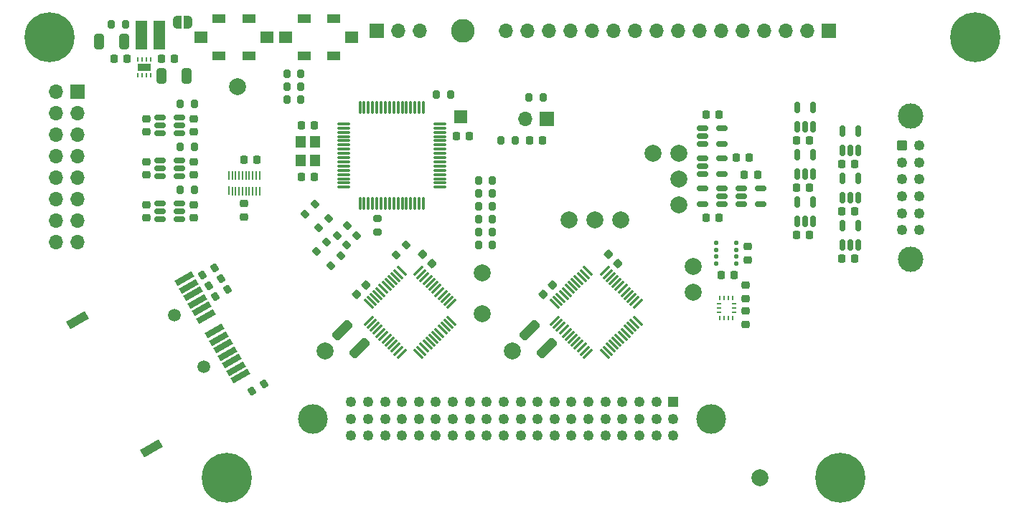
<source format=gts>
%TF.GenerationSoftware,KiCad,Pcbnew,7.0.1-0*%
%TF.CreationDate,2023-07-11T13:22:56-05:00*%
%TF.ProjectId,plenum,706c656e-756d-42e6-9b69-6361645f7063,2*%
%TF.SameCoordinates,PXbe27330PY316a640*%
%TF.FileFunction,Soldermask,Top*%
%TF.FilePolarity,Negative*%
%FSLAX46Y46*%
G04 Gerber Fmt 4.6, Leading zero omitted, Abs format (unit mm)*
G04 Created by KiCad (PCBNEW 7.0.1-0) date 2023-07-11 13:22:56*
%MOMM*%
%LPD*%
G01*
G04 APERTURE LIST*
G04 Aperture macros list*
%AMRoundRect*
0 Rectangle with rounded corners*
0 $1 Rounding radius*
0 $2 $3 $4 $5 $6 $7 $8 $9 X,Y pos of 4 corners*
0 Add a 4 corners polygon primitive as box body*
4,1,4,$2,$3,$4,$5,$6,$7,$8,$9,$2,$3,0*
0 Add four circle primitives for the rounded corners*
1,1,$1+$1,$2,$3*
1,1,$1+$1,$4,$5*
1,1,$1+$1,$6,$7*
1,1,$1+$1,$8,$9*
0 Add four rect primitives between the rounded corners*
20,1,$1+$1,$2,$3,$4,$5,0*
20,1,$1+$1,$4,$5,$6,$7,0*
20,1,$1+$1,$6,$7,$8,$9,0*
20,1,$1+$1,$8,$9,$2,$3,0*%
%AMRotRect*
0 Rectangle, with rotation*
0 The origin of the aperture is its center*
0 $1 length*
0 $2 width*
0 $3 Rotation angle, in degrees counterclockwise*
0 Add horizontal line*
21,1,$1,$2,0,0,$3*%
%AMFreePoly0*
4,1,19,0.500000,-0.750000,0.000000,-0.750000,0.000000,-0.744911,-0.071157,-0.744911,-0.207708,-0.704816,-0.327430,-0.627875,-0.420627,-0.520320,-0.479746,-0.390866,-0.500000,-0.250000,-0.500000,0.250000,-0.479746,0.390866,-0.420627,0.520320,-0.327430,0.627875,-0.207708,0.704816,-0.071157,0.744911,0.000000,0.744911,0.000000,0.750000,0.500000,0.750000,0.500000,-0.750000,0.500000,-0.750000,
$1*%
%AMFreePoly1*
4,1,19,0.000000,0.744911,0.071157,0.744911,0.207708,0.704816,0.327430,0.627875,0.420627,0.520320,0.479746,0.390866,0.500000,0.250000,0.500000,-0.250000,0.479746,-0.390866,0.420627,-0.520320,0.327430,-0.627875,0.207708,-0.704816,0.071157,-0.744911,0.000000,-0.744911,0.000000,-0.750000,-0.500000,-0.750000,-0.500000,0.750000,0.000000,0.750000,0.000000,0.744911,0.000000,0.744911,
$1*%
%AMFreePoly2*
4,1,21,-0.625000,0.375000,-0.605970,0.470671,-0.551777,0.551777,-0.470671,0.605970,-0.375000,0.625000,0.375000,0.625000,0.470671,0.605970,0.551777,0.551777,0.605970,0.470671,0.625000,0.375000,0.625000,-0.375000,0.605970,-0.470671,0.551777,-0.551777,0.470671,-0.605970,0.375000,-0.625000,-0.375000,-0.625000,-0.470671,-0.605970,-0.551777,-0.551777,-0.605970,-0.470671,-0.625000,-0.375000,
-0.625000,0.375000,-0.625000,0.375000,$1*%
G04 Aperture macros list end*
%ADD10FreePoly0,0.000000*%
%ADD11FreePoly1,0.000000*%
%ADD12C,5.892800*%
%ADD13RoundRect,0.200000X0.035705X0.338157X-0.310705X0.138157X-0.035705X-0.338157X0.310705X-0.138157X0*%
%ADD14C,2.000000*%
%ADD15RoundRect,0.200000X-0.200000X-0.275000X0.200000X-0.275000X0.200000X0.275000X-0.200000X0.275000X0*%
%ADD16RoundRect,0.225000X-0.250000X0.225000X-0.250000X-0.225000X0.250000X-0.225000X0.250000X0.225000X0*%
%ADD17RoundRect,0.150000X0.150000X-0.512500X0.150000X0.512500X-0.150000X0.512500X-0.150000X-0.512500X0*%
%ADD18RoundRect,0.200000X0.200000X0.275000X-0.200000X0.275000X-0.200000X-0.275000X0.200000X-0.275000X0*%
%ADD19RoundRect,0.200000X-0.035705X-0.338157X0.310705X-0.138157X0.035705X0.338157X-0.310705X0.138157X0*%
%ADD20RoundRect,0.225000X0.225000X0.250000X-0.225000X0.250000X-0.225000X-0.250000X0.225000X-0.250000X0*%
%ADD21RoundRect,0.225000X0.250000X-0.225000X0.250000X0.225000X-0.250000X0.225000X-0.250000X-0.225000X0*%
%ADD22RoundRect,0.225000X0.335876X0.017678X0.017678X0.335876X-0.335876X-0.017678X-0.017678X-0.335876X0*%
%ADD23RoundRect,0.150000X0.512500X0.150000X-0.512500X0.150000X-0.512500X-0.150000X0.512500X-0.150000X0*%
%ADD24RoundRect,0.250000X-0.981111X-0.539169X-0.539169X-0.981111X0.981111X0.539169X0.539169X0.981111X0*%
%ADD25RoundRect,0.200000X0.053033X-0.335876X0.335876X-0.053033X-0.053033X0.335876X-0.335876X0.053033X0*%
%ADD26RoundRect,0.225000X-0.017678X0.335876X-0.335876X0.017678X0.017678X-0.335876X0.335876X-0.017678X0*%
%ADD27RoundRect,0.200000X-0.053033X0.335876X-0.335876X0.053033X0.053033X-0.335876X0.335876X-0.053033X0*%
%ADD28RoundRect,0.200000X-0.275000X0.200000X-0.275000X-0.200000X0.275000X-0.200000X0.275000X0.200000X0*%
%ADD29R,0.250000X0.475000*%
%ADD30R,0.475000X0.250000*%
%ADD31RoundRect,0.150000X-0.512500X-0.150000X0.512500X-0.150000X0.512500X0.150000X-0.512500X0.150000X0*%
%ADD32C,2.800000*%
%ADD33R,1.700000X1.700000*%
%ADD34O,1.700000X1.700000*%
%ADD35R,1.500000X1.400000*%
%ADD36R,1.500000X1.000000*%
%ADD37RoundRect,0.125000X0.137500X-0.125000X0.137500X0.125000X-0.137500X0.125000X-0.137500X-0.125000X0*%
%ADD38RoundRect,0.075000X-0.521491X0.415425X0.415425X-0.521491X0.521491X-0.415425X-0.415425X0.521491X0*%
%ADD39RoundRect,0.075000X-0.521491X-0.415425X-0.415425X-0.521491X0.521491X0.415425X0.415425X0.521491X0*%
%ADD40C,1.500000*%
%ADD41RotRect,0.710000X2.290000X120.000000*%
%ADD42RotRect,1.015000X2.540000X120.000000*%
%ADD43RoundRect,0.225000X-0.225000X-0.250000X0.225000X-0.250000X0.225000X0.250000X-0.225000X0.250000X0*%
%ADD44R,0.200000X1.100000*%
%ADD45R,0.200000X1.000000*%
%ADD46RoundRect,0.075000X0.662500X0.075000X-0.662500X0.075000X-0.662500X-0.075000X0.662500X-0.075000X0*%
%ADD47RoundRect,0.075000X0.075000X0.662500X-0.075000X0.662500X-0.075000X-0.662500X0.075000X-0.662500X0*%
%ADD48RoundRect,0.250000X0.325000X0.650000X-0.325000X0.650000X-0.325000X-0.650000X0.325000X-0.650000X0*%
%ADD49R,1.500000X1.500000*%
%ADD50R,1.200000X1.400000*%
%ADD51R,1.350000X3.400000*%
%ADD52C,3.000000*%
%ADD53RoundRect,0.312500X0.312500X-0.312500X0.312500X0.312500X-0.312500X0.312500X-0.312500X-0.312500X0*%
%ADD54C,1.250000*%
%ADD55R,0.250000X0.500000*%
%ADD56R,1.600000X0.900000*%
%ADD57RoundRect,0.250000X-0.325000X-0.650000X0.325000X-0.650000X0.325000X0.650000X-0.325000X0.650000X0*%
%ADD58C,3.500000*%
%ADD59FreePoly2,90.000000*%
G04 APERTURE END LIST*
D10*
%TO.C,JP1*%
X-94122000Y1778000D03*
D11*
X-92822000Y1778000D03*
%TD*%
D12*
%TO.C,H4*%
X-88265000Y-52070000D03*
%TD*%
%TO.C,H3*%
X-15875000Y-52070000D03*
%TD*%
%TO.C,H2*%
X-109220000Y0D03*
%TD*%
%TO.C,H1*%
X0Y0D03*
%TD*%
D13*
%TO.C,R17*%
X-88947529Y-28543500D03*
X-90376471Y-29368500D03*
%TD*%
D14*
%TO.C,TP13*%
X-58166000Y-32639000D03*
%TD*%
D15*
%TO.C,R18*%
X-81216000Y-7366000D03*
X-79566000Y-7366000D03*
%TD*%
D16*
%TO.C,C41*%
X-92202000Y-9639000D03*
X-92202000Y-11189000D03*
%TD*%
D17*
%TO.C,U9*%
X-15682000Y-18917500D03*
X-14732000Y-18917500D03*
X-13782000Y-18917500D03*
X-13782000Y-16642500D03*
X-15682000Y-16642500D03*
%TD*%
D14*
%TO.C,TP16*%
X-76708000Y-37084000D03*
%TD*%
D15*
%TO.C,R7*%
X-101917000Y1524000D03*
X-100267000Y1524000D03*
%TD*%
D18*
%TO.C,R28*%
X-92139000Y-12954001D03*
X-93789000Y-12954001D03*
%TD*%
D19*
%TO.C,R10*%
X-91138471Y-28098500D03*
X-89709529Y-27273500D03*
%TD*%
D20*
%TO.C,C1*%
X-51041001Y-12192000D03*
X-52591001Y-12192000D03*
%TD*%
D14*
%TO.C,TP4*%
X-44831000Y-21590000D03*
%TD*%
D21*
%TO.C,C38*%
X-97790000Y-11189000D03*
X-97790000Y-9639000D03*
%TD*%
%TO.C,C55*%
X-86233000Y-21222000D03*
X-86233000Y-19672000D03*
%TD*%
D22*
%TO.C,C26*%
X-64094992Y-26710008D03*
X-65191008Y-25613992D03*
%TD*%
D23*
%TO.C,U4*%
X-29850500Y-19746000D03*
X-29850500Y-18796000D03*
X-29850500Y-17846000D03*
X-32125500Y-17846000D03*
X-32125500Y-19746000D03*
%TD*%
D24*
%TO.C,RSENSE1*%
X-52596144Y-34652856D03*
X-50527856Y-36721144D03*
%TD*%
D25*
%TO.C,R12*%
X-76251637Y-21387637D03*
X-77418363Y-22554363D03*
%TD*%
D16*
%TO.C,C42*%
X-92202000Y-14719000D03*
X-92202000Y-16269000D03*
%TD*%
D15*
%TO.C,R1*%
X-52641001Y-7111999D03*
X-50991001Y-7111999D03*
%TD*%
D18*
%TO.C,R29*%
X-92138998Y-18034000D03*
X-93788998Y-18034000D03*
%TD*%
D20*
%TO.C,C44*%
X-28434999Y-28067001D03*
X-29984999Y-28067001D03*
%TD*%
D26*
%TO.C,C35*%
X-49870992Y-29296992D03*
X-50967008Y-30393008D03*
%TD*%
D20*
%TO.C,C25*%
X-94475000Y-2540000D03*
X-96025000Y-2540000D03*
%TD*%
D27*
%TO.C,L3*%
X-75259363Y-23443363D03*
X-74092637Y-22276637D03*
%TD*%
D28*
%TO.C,R4*%
X-70485000Y-21400000D03*
X-70485000Y-23050000D03*
%TD*%
D29*
%TO.C,U20*%
X-30086999Y-33166499D03*
X-29586999Y-33166499D03*
X-29086999Y-33166499D03*
X-28586999Y-33166499D03*
D30*
X-28424499Y-32503999D03*
X-28424499Y-32003999D03*
X-28424499Y-31503999D03*
D29*
X-28586999Y-30841499D03*
X-29086999Y-30841499D03*
X-29586999Y-30841499D03*
X-30098999Y-30841499D03*
D30*
X-30249499Y-31503999D03*
X-30249499Y-32003999D03*
X-30249499Y-32503999D03*
%TD*%
D14*
%TO.C,TP2*%
X-54610000Y-37084000D03*
%TD*%
D21*
%TO.C,C40*%
X-97790000Y-21349000D03*
X-97790000Y-19799000D03*
%TD*%
D20*
%TO.C,C23*%
X-30213000Y-9144000D03*
X-31763000Y-9144000D03*
%TD*%
D31*
%TO.C,U3*%
X-32125500Y-14290000D03*
X-32125500Y-15240000D03*
X-32125500Y-16190000D03*
X-29850500Y-16190000D03*
X-29850500Y-14290000D03*
%TD*%
D15*
%TO.C,R19*%
X-58610000Y-16891000D03*
X-56960000Y-16891000D03*
%TD*%
D32*
%TO.C,TP1*%
X-60452000Y762000D03*
%TD*%
D33*
%TO.C,J7*%
X-17272000Y762000D03*
D34*
X-19812000Y762000D03*
X-22352000Y762000D03*
X-24892000Y762000D03*
X-27432000Y762000D03*
X-29972000Y762000D03*
X-32512000Y762000D03*
X-35052000Y762000D03*
X-37592000Y762000D03*
X-40132000Y762000D03*
X-42672000Y762000D03*
X-45212000Y762000D03*
X-47752000Y762000D03*
X-50292000Y762000D03*
X-52832000Y762000D03*
X-55372000Y762000D03*
%TD*%
D35*
%TO.C,SW1*%
X-83554000Y0D03*
X-91354000Y0D03*
D36*
X-85704000Y-2200000D03*
X-85704000Y2200000D03*
X-89204000Y-2200000D03*
X-89204000Y2200000D03*
%TD*%
D37*
%TO.C,U15*%
X-30524500Y-26726999D03*
X-30524500Y-25926999D03*
X-30524500Y-25126999D03*
X-30524500Y-24326999D03*
X-28149500Y-24326999D03*
X-28149500Y-25126999D03*
X-28149500Y-25926999D03*
X-28149500Y-26726999D03*
%TD*%
D33*
%TO.C,J9*%
X-70612000Y762000D03*
D34*
X-68072000Y762000D03*
X-65532000Y762000D03*
%TD*%
D38*
%TO.C,U19*%
X-45702788Y-27624124D03*
X-46056342Y-27977678D03*
X-46409895Y-28331231D03*
X-46763449Y-28684785D03*
X-47117002Y-29038338D03*
X-47470555Y-29391891D03*
X-47824109Y-29745445D03*
X-48177662Y-30098998D03*
X-48531215Y-30452551D03*
X-48884769Y-30806105D03*
X-49238322Y-31159658D03*
X-49591876Y-31513212D03*
D39*
X-49591876Y-33510788D03*
X-49238322Y-33864342D03*
X-48884769Y-34217895D03*
X-48531215Y-34571449D03*
X-48177662Y-34925002D03*
X-47824109Y-35278555D03*
X-47470555Y-35632109D03*
X-47117002Y-35985662D03*
X-46763449Y-36339215D03*
X-46409895Y-36692769D03*
X-46056342Y-37046322D03*
X-45702788Y-37399876D03*
D38*
X-43705212Y-37399876D03*
X-43351658Y-37046322D03*
X-42998105Y-36692769D03*
X-42644551Y-36339215D03*
X-42290998Y-35985662D03*
X-41937445Y-35632109D03*
X-41583891Y-35278555D03*
X-41230338Y-34925002D03*
X-40876785Y-34571449D03*
X-40523231Y-34217895D03*
X-40169678Y-33864342D03*
X-39816124Y-33510788D03*
D39*
X-39816124Y-31513212D03*
X-40169678Y-31159658D03*
X-40523231Y-30806105D03*
X-40876785Y-30452551D03*
X-41230338Y-30098998D03*
X-41583891Y-29745445D03*
X-41937445Y-29391891D03*
X-42290998Y-29038338D03*
X-42644551Y-28684785D03*
X-42998105Y-28331231D03*
X-43351658Y-27977678D03*
X-43705212Y-27624124D03*
%TD*%
D40*
%TO.C,J5*%
X-90982481Y-38921689D03*
X-94482481Y-32859511D03*
D41*
X-86663520Y-40042348D03*
X-87173520Y-39159003D03*
X-87683520Y-38275657D03*
X-88193520Y-37392311D03*
X-88703520Y-36508965D03*
X-89213520Y-35625619D03*
X-89723520Y-34742273D03*
X-90743520Y-32975581D03*
X-91253520Y-32092235D03*
X-91763520Y-31208889D03*
X-92273520Y-30325543D03*
X-92783520Y-29442197D03*
X-93293520Y-28558852D03*
D42*
X-97199600Y-48573322D03*
X-105937100Y-33439528D03*
%TD*%
D43*
%TO.C,C22*%
X-28207000Y-14224000D03*
X-26657000Y-14224000D03*
%TD*%
D15*
%TO.C,R23*%
X-58610000Y-24511000D03*
X-56960000Y-24511000D03*
%TD*%
D44*
%TO.C,U17*%
X-88033000Y-18122000D03*
D45*
X-87633000Y-18172000D03*
X-87233000Y-18172000D03*
X-86833000Y-18172000D03*
X-86433000Y-18172000D03*
X-86033000Y-18172000D03*
X-85633000Y-18172000D03*
X-85233000Y-18172000D03*
X-84833000Y-18172000D03*
X-84433000Y-18172000D03*
X-84433000Y-16372000D03*
X-84833000Y-16372000D03*
X-85233000Y-16372000D03*
X-85633000Y-16372000D03*
X-86033000Y-16372000D03*
X-86433000Y-16372000D03*
X-86833000Y-16372000D03*
X-87233000Y-16372000D03*
X-87633000Y-16372000D03*
X-88033000Y-16372000D03*
%TD*%
D17*
%TO.C,U6*%
X-21016000Y-10535500D03*
X-20066000Y-10535500D03*
X-19116000Y-10535500D03*
X-19116000Y-8260500D03*
X-21016000Y-8260500D03*
%TD*%
D21*
%TO.C,C45*%
X-26796999Y-26301999D03*
X-26796999Y-24751999D03*
%TD*%
D27*
%TO.C,R13*%
X-79069363Y-20903363D03*
X-77902637Y-19736637D03*
%TD*%
D14*
%TO.C,TP5*%
X-34925000Y-19812000D03*
%TD*%
D20*
%TO.C,C2*%
X-77965000Y-10414000D03*
X-79515000Y-10414000D03*
%TD*%
D26*
%TO.C,C34*%
X-71841992Y-29296992D03*
X-72938008Y-30393008D03*
%TD*%
D43*
%TO.C,C56*%
X-86246000Y-14478000D03*
X-84696000Y-14478000D03*
%TD*%
D46*
%TO.C,U1*%
X-63171500Y-17720000D03*
X-63171500Y-17220000D03*
X-63171500Y-16720000D03*
X-63171500Y-16220000D03*
X-63171500Y-15720000D03*
X-63171500Y-15220000D03*
X-63171500Y-14720000D03*
X-63171500Y-14220000D03*
X-63171500Y-13720000D03*
X-63171500Y-13220000D03*
X-63171500Y-12720000D03*
X-63171500Y-12220000D03*
X-63171500Y-11720000D03*
X-63171500Y-11220000D03*
X-63171500Y-10720000D03*
X-63171500Y-10220000D03*
D47*
X-65084000Y-8307500D03*
X-65584000Y-8307500D03*
X-66084000Y-8307500D03*
X-66584000Y-8307500D03*
X-67084000Y-8307500D03*
X-67584000Y-8307500D03*
X-68084000Y-8307500D03*
X-68584000Y-8307500D03*
X-69084000Y-8307500D03*
X-69584000Y-8307500D03*
X-70084000Y-8307500D03*
X-70584000Y-8307500D03*
X-71084000Y-8307500D03*
X-71584000Y-8307500D03*
X-72084000Y-8307500D03*
X-72584000Y-8307500D03*
D46*
X-74496500Y-10220000D03*
X-74496500Y-10720000D03*
X-74496500Y-11220000D03*
X-74496500Y-11720000D03*
X-74496500Y-12220000D03*
X-74496500Y-12720000D03*
X-74496500Y-13220000D03*
X-74496500Y-13720000D03*
X-74496500Y-14220000D03*
X-74496500Y-14720000D03*
X-74496500Y-15220000D03*
X-74496500Y-15720000D03*
X-74496500Y-16220000D03*
X-74496500Y-16720000D03*
X-74496500Y-17220000D03*
X-74496500Y-17720000D03*
D47*
X-72584000Y-19632500D03*
X-72084000Y-19632500D03*
X-71584000Y-19632500D03*
X-71084000Y-19632500D03*
X-70584000Y-19632500D03*
X-70084000Y-19632500D03*
X-69584000Y-19632500D03*
X-69084000Y-19632500D03*
X-68584000Y-19632500D03*
X-68084000Y-19632500D03*
X-67584000Y-19632500D03*
X-67084000Y-19632500D03*
X-66584000Y-19632500D03*
X-66084000Y-19632500D03*
X-65584000Y-19632500D03*
X-65084000Y-19632500D03*
%TD*%
D16*
%TO.C,C43*%
X-92202000Y-19799000D03*
X-92202000Y-21349000D03*
%TD*%
D23*
%TO.C,U13*%
X-93858500Y-16444000D03*
X-93858500Y-15494000D03*
X-93858500Y-14544000D03*
X-96133500Y-14544000D03*
X-96133500Y-15494000D03*
X-96133500Y-16444000D03*
%TD*%
D19*
%TO.C,R6*%
X-85296471Y-41814500D03*
X-83867529Y-40989500D03*
%TD*%
D43*
%TO.C,C12*%
X-21095000Y-12192000D03*
X-19545000Y-12192000D03*
%TD*%
D21*
%TO.C,C39*%
X-97790000Y-16269000D03*
X-97790000Y-14719000D03*
%TD*%
D24*
%TO.C,RSENSE2*%
X-74694144Y-34652856D03*
X-72625856Y-36721144D03*
%TD*%
D15*
%TO.C,R22*%
X-58610000Y-21463001D03*
X-56960000Y-21463001D03*
%TD*%
D13*
%TO.C,R16*%
X-88185529Y-29813500D03*
X-89614471Y-30638500D03*
%TD*%
D48*
%TO.C,C19*%
X-93013000Y-4572000D03*
X-95963000Y-4572000D03*
%TD*%
D14*
%TO.C,TP14*%
X-47879000Y-21590000D03*
%TD*%
D43*
%TO.C,C17*%
X-21095000Y-23368000D03*
X-19545000Y-23368000D03*
%TD*%
D17*
%TO.C,U10*%
X-21016000Y-21711500D03*
X-20066000Y-21711500D03*
X-19116000Y-21711500D03*
X-19116000Y-19436500D03*
X-21016000Y-19436500D03*
%TD*%
D43*
%TO.C,C13*%
X-15761000Y-14986000D03*
X-14211000Y-14986000D03*
%TD*%
D14*
%TO.C,TP6*%
X-34925000Y-16764000D03*
%TD*%
D20*
%TO.C,C20*%
X-25654000Y-16256000D03*
X-27204000Y-16256000D03*
%TD*%
D18*
%TO.C,R2*%
X-61913000Y-6731000D03*
X-63563000Y-6731000D03*
%TD*%
D38*
%TO.C,U18*%
X-67673788Y-27624124D03*
X-68027342Y-27977678D03*
X-68380895Y-28331231D03*
X-68734449Y-28684785D03*
X-69088002Y-29038338D03*
X-69441555Y-29391891D03*
X-69795109Y-29745445D03*
X-70148662Y-30098998D03*
X-70502215Y-30452551D03*
X-70855769Y-30806105D03*
X-71209322Y-31159658D03*
X-71562876Y-31513212D03*
D39*
X-71562876Y-33510788D03*
X-71209322Y-33864342D03*
X-70855769Y-34217895D03*
X-70502215Y-34571449D03*
X-70148662Y-34925002D03*
X-69795109Y-35278555D03*
X-69441555Y-35632109D03*
X-69088002Y-35985662D03*
X-68734449Y-36339215D03*
X-68380895Y-36692769D03*
X-68027342Y-37046322D03*
X-67673788Y-37399876D03*
D38*
X-65676212Y-37399876D03*
X-65322658Y-37046322D03*
X-64969105Y-36692769D03*
X-64615551Y-36339215D03*
X-64261998Y-35985662D03*
X-63908445Y-35632109D03*
X-63554891Y-35278555D03*
X-63201338Y-34925002D03*
X-62847785Y-34571449D03*
X-62494231Y-34217895D03*
X-62140678Y-33864342D03*
X-61787124Y-33510788D03*
D39*
X-61787124Y-31513212D03*
X-62140678Y-31159658D03*
X-62494231Y-30806105D03*
X-62847785Y-30452551D03*
X-63201338Y-30098998D03*
X-63554891Y-29745445D03*
X-63908445Y-29391891D03*
X-64261998Y-29038338D03*
X-64615551Y-28684785D03*
X-64969105Y-28331231D03*
X-65322658Y-27977678D03*
X-65676212Y-27624124D03*
%TD*%
D27*
%TO.C,R5*%
X-67107637Y-24562637D03*
X-68274363Y-25729363D03*
%TD*%
D43*
%TO.C,C18*%
X-15761000Y-26162000D03*
X-14211000Y-26162000D03*
%TD*%
D49*
%TO.C,TP3*%
X-60706000Y-9398000D03*
%TD*%
D23*
%TO.C,U12*%
X-93858500Y-11364000D03*
X-93858500Y-10414000D03*
X-93858500Y-9464000D03*
X-96133500Y-9464000D03*
X-96133500Y-10414000D03*
X-96133500Y-11364000D03*
%TD*%
D14*
%TO.C,TP12*%
X-58166000Y-27813000D03*
%TD*%
D15*
%TO.C,R21*%
X-58610000Y-19939000D03*
X-56960000Y-19939000D03*
%TD*%
D21*
%TO.C,C46*%
X-27051000Y-30874001D03*
X-27051000Y-29324001D03*
%TD*%
D14*
%TO.C,FID1*%
X-86995000Y-5842000D03*
%TD*%
D18*
%TO.C,R27*%
X-92138998Y-7874000D03*
X-93788998Y-7874000D03*
%TD*%
D43*
%TO.C,C14*%
X-21095000Y-17780000D03*
X-19545000Y-17780000D03*
%TD*%
D15*
%TO.C,R24*%
X-58610000Y-22987000D03*
X-56960000Y-22987000D03*
%TD*%
D50*
%TO.C,Y1*%
X-79590000Y-12362000D03*
X-79590000Y-14562000D03*
X-77890000Y-14562000D03*
X-77890000Y-12362000D03*
%TD*%
D18*
%TO.C,R3*%
X-54293000Y-12192000D03*
X-55943000Y-12192000D03*
%TD*%
D14*
%TO.C,TP11*%
X-41783000Y-21590000D03*
%TD*%
D43*
%TO.C,C24*%
X-101613000Y-2540000D03*
X-100063000Y-2540000D03*
%TD*%
D21*
%TO.C,C47*%
X-27050999Y-33922001D03*
X-27050999Y-32372001D03*
%TD*%
D14*
%TO.C,FID2*%
X-25400000Y-52070000D03*
%TD*%
D31*
%TO.C,U5*%
X-27553500Y-17846000D03*
X-27553500Y-18796000D03*
X-27553500Y-19746000D03*
X-25278500Y-19746000D03*
X-25278500Y-17846000D03*
%TD*%
D51*
%TO.C,L2*%
X-98357000Y254000D03*
X-96207000Y254000D03*
%TD*%
D17*
%TO.C,U11*%
X-15682000Y-24505500D03*
X-14732000Y-24505500D03*
X-13782000Y-24505500D03*
X-13782000Y-22230500D03*
X-15682000Y-22230500D03*
%TD*%
%TO.C,U8*%
X-21016000Y-16123500D03*
X-20066000Y-16123500D03*
X-19116000Y-16123500D03*
X-19116000Y-13848500D03*
X-21016000Y-13848500D03*
%TD*%
D52*
%TO.C,J4*%
X-7620000Y-26280000D03*
X-7620000Y-9280000D03*
D53*
X-8620000Y-12780000D03*
D54*
X-8620000Y-14780000D03*
X-8620000Y-16780000D03*
X-8620000Y-18780000D03*
X-8620000Y-20780000D03*
X-8620000Y-22780000D03*
X-6620000Y-12780000D03*
X-6620000Y-14780000D03*
X-6620000Y-16780000D03*
X-6620000Y-18780000D03*
X-6620000Y-20780000D03*
X-6620000Y-22780000D03*
%TD*%
D15*
%TO.C,R15*%
X-81216000Y-4318000D03*
X-79566000Y-4318000D03*
%TD*%
D55*
%TO.C,U16*%
X-98798000Y-4506000D03*
X-98298000Y-4506000D03*
X-97798000Y-4506000D03*
X-97298000Y-4506000D03*
X-97298000Y-2606000D03*
X-97798000Y-2606000D03*
X-98298000Y-2606000D03*
X-98798000Y-2606000D03*
D56*
X-98048000Y-3556000D03*
%TD*%
D33*
%TO.C,J1*%
X-50541000Y-9652000D03*
D34*
X-53081000Y-9652000D03*
%TD*%
D43*
%TO.C,C21*%
X-31763000Y-21336000D03*
X-30213000Y-21336000D03*
%TD*%
%TO.C,C3*%
X-79515000Y-16510000D03*
X-77965000Y-16510000D03*
%TD*%
D15*
%TO.C,R20*%
X-58610000Y-18415000D03*
X-56960000Y-18415000D03*
%TD*%
D14*
%TO.C,TP9*%
X-33274000Y-27051000D03*
%TD*%
D23*
%TO.C,U14*%
X-93858500Y-21524000D03*
X-93858500Y-20574000D03*
X-93858500Y-19624000D03*
X-96133500Y-19624000D03*
X-96133500Y-20574000D03*
X-96133500Y-21524000D03*
%TD*%
D15*
%TO.C,R14*%
X-81216000Y-5842000D03*
X-79566000Y-5842000D03*
%TD*%
D14*
%TO.C,TP8*%
X-37973000Y-13716000D03*
%TD*%
D17*
%TO.C,U7*%
X-15682000Y-13329500D03*
X-14732000Y-13329500D03*
X-13782000Y-13329500D03*
X-13782000Y-11054500D03*
X-15682000Y-11054500D03*
%TD*%
D31*
%TO.C,U2*%
X-32125500Y-10734000D03*
X-32125500Y-11684000D03*
X-32125500Y-12634000D03*
X-29850500Y-12634000D03*
X-29850500Y-10734000D03*
%TD*%
D22*
%TO.C,C27*%
X-42123992Y-26710008D03*
X-43220008Y-25613992D03*
%TD*%
D57*
%TO.C,C15*%
X-103329000Y-508000D03*
X-100379000Y-508000D03*
%TD*%
D14*
%TO.C,TP10*%
X-33274000Y-30099000D03*
%TD*%
D27*
%TO.C,L1*%
X-72949637Y-23419637D03*
X-74116363Y-24586363D03*
%TD*%
D43*
%TO.C,C16*%
X-15761000Y-20574000D03*
X-14211000Y-20574000D03*
%TD*%
D58*
%TO.C,J3*%
X-78110000Y-45085000D03*
X-31110000Y-45085000D03*
D59*
X-35610000Y-43085000D03*
D54*
X-37610000Y-43085000D03*
X-39610000Y-43085000D03*
X-41610000Y-43085000D03*
X-43610000Y-43085000D03*
X-45610000Y-43085000D03*
X-47610000Y-43085000D03*
X-49610000Y-43085000D03*
X-51610000Y-43085000D03*
X-53610000Y-43085000D03*
X-55610000Y-43085000D03*
X-57610000Y-43085000D03*
X-59610000Y-43085000D03*
X-61610000Y-43085000D03*
X-63610000Y-43085000D03*
X-65610000Y-43085000D03*
X-67610000Y-43085000D03*
X-69610000Y-43085000D03*
X-71610000Y-43085000D03*
X-73610000Y-43085000D03*
X-35610000Y-45085000D03*
X-37610000Y-45085000D03*
X-39610000Y-45085000D03*
X-41610000Y-45085000D03*
X-43610000Y-45085000D03*
X-45610000Y-45085000D03*
X-47610000Y-45085000D03*
X-49610000Y-45085000D03*
X-51610000Y-45085000D03*
X-53610000Y-45085000D03*
X-55610000Y-45085000D03*
X-57610000Y-45085000D03*
X-59610000Y-45085000D03*
X-61610000Y-45085000D03*
X-63610000Y-45085000D03*
X-65610000Y-45085000D03*
X-67610000Y-45085000D03*
X-69610000Y-45085000D03*
X-71610000Y-45085000D03*
X-73610000Y-45085000D03*
X-35610000Y-47085000D03*
X-37610000Y-47085000D03*
X-39610000Y-47085000D03*
X-41610000Y-47085000D03*
X-43610000Y-47085000D03*
X-45610000Y-47085000D03*
X-47610000Y-47085000D03*
X-49610000Y-47085000D03*
X-51610000Y-47085000D03*
X-53610000Y-47085000D03*
X-55610000Y-47085000D03*
X-57610000Y-47085000D03*
X-59610000Y-47085000D03*
X-61610000Y-47085000D03*
X-63610000Y-47085000D03*
X-65610000Y-47085000D03*
X-67610000Y-47085000D03*
X-69610000Y-47085000D03*
X-71610000Y-47085000D03*
X-73610000Y-47085000D03*
%TD*%
D14*
%TO.C,TP7*%
X-34925000Y-13716000D03*
%TD*%
D35*
%TO.C,SW2*%
X-73521000Y0D03*
X-81321000Y0D03*
D36*
X-75671000Y-2200000D03*
X-75671000Y2200000D03*
X-79171000Y-2200000D03*
X-79171000Y2200000D03*
%TD*%
D25*
%TO.C,R8*%
X-76021363Y-26999363D03*
X-74854637Y-25832637D03*
%TD*%
D33*
%TO.C,J2*%
X-105918000Y-6386830D03*
D34*
X-108458000Y-6386830D03*
X-105918000Y-8926830D03*
X-108458000Y-8926830D03*
X-105918000Y-11466830D03*
X-108458000Y-11466830D03*
X-105918000Y-14006830D03*
X-108458000Y-14006830D03*
X-105918000Y-16546830D03*
X-108458000Y-16546830D03*
X-105918000Y-19086830D03*
X-108458000Y-19086830D03*
X-105918000Y-21626830D03*
X-108458000Y-21626830D03*
X-105918000Y-24166830D03*
X-108458000Y-24166830D03*
%TD*%
D43*
%TO.C,C54*%
X-59677000Y-11684000D03*
X-61227000Y-11684000D03*
%TD*%
D27*
%TO.C,R9*%
X-76505637Y-24181637D03*
X-77672363Y-25348363D03*
%TD*%
M02*

</source>
